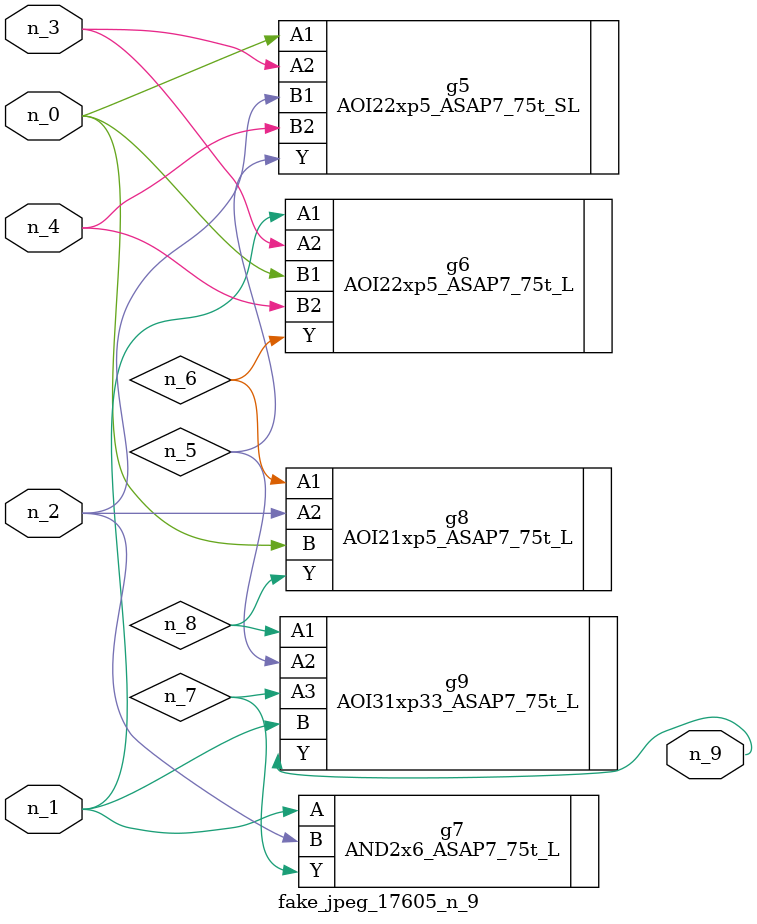
<source format=v>
module fake_jpeg_17605_n_9 (n_3, n_2, n_1, n_0, n_4, n_9);

input n_3;
input n_2;
input n_1;
input n_0;
input n_4;

output n_9;

wire n_8;
wire n_6;
wire n_5;
wire n_7;

AOI22xp5_ASAP7_75t_SL g5 ( 
.A1(n_0),
.A2(n_3),
.B1(n_2),
.B2(n_4),
.Y(n_5)
);

AOI22xp5_ASAP7_75t_L g6 ( 
.A1(n_1),
.A2(n_3),
.B1(n_0),
.B2(n_4),
.Y(n_6)
);

AND2x6_ASAP7_75t_L g7 ( 
.A(n_1),
.B(n_2),
.Y(n_7)
);

AOI21xp5_ASAP7_75t_L g8 ( 
.A1(n_6),
.A2(n_2),
.B(n_0),
.Y(n_8)
);

AOI31xp33_ASAP7_75t_L g9 ( 
.A1(n_8),
.A2(n_5),
.A3(n_7),
.B(n_1),
.Y(n_9)
);


endmodule
</source>
